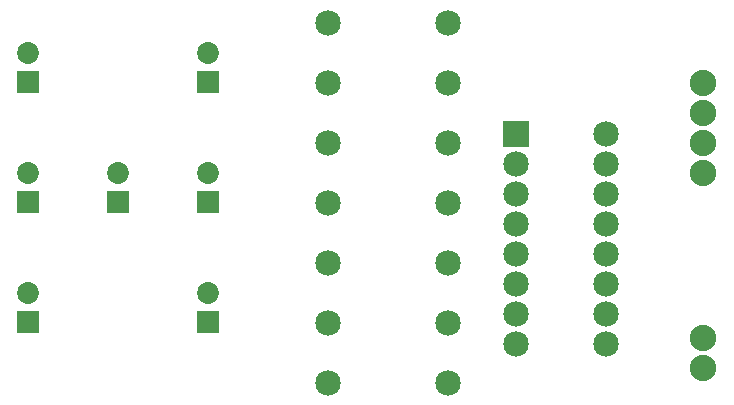
<source format=gts>
G04 MADE WITH FRITZING*
G04 WWW.FRITZING.ORG*
G04 DOUBLE SIDED*
G04 HOLES PLATED*
G04 CONTOUR ON CENTER OF CONTOUR VECTOR*
%ASAXBY*%
%FSLAX23Y23*%
%MOIN*%
%OFA0B0*%
%SFA1.0B1.0*%
%ADD10C,0.085000*%
%ADD11C,0.072992*%
%ADD12C,0.088000*%
%ADD13R,0.072992X0.072992*%
%ADD14R,0.085000X0.085000*%
%LNMASK1*%
G90*
G70*
G54D10*
X1760Y1225D03*
X1360Y1225D03*
X1760Y1025D03*
X1360Y1025D03*
X1760Y1425D03*
X1360Y1425D03*
G54D11*
X960Y1427D03*
X960Y1525D03*
G54D12*
X2610Y575D03*
X2610Y475D03*
G54D11*
X360Y1027D03*
X360Y1125D03*
G54D10*
X1760Y825D03*
X1360Y825D03*
X1760Y425D03*
X1360Y425D03*
G54D11*
X960Y627D03*
X960Y725D03*
G54D12*
X2610Y1225D03*
X2610Y1125D03*
G54D11*
X960Y1027D03*
X960Y1125D03*
X360Y627D03*
X360Y725D03*
G54D12*
X2610Y1425D03*
X2610Y1325D03*
G54D11*
X660Y1027D03*
X660Y1125D03*
X360Y1427D03*
X360Y1525D03*
G54D10*
X1760Y625D03*
X1360Y625D03*
X1760Y1625D03*
X1360Y1625D03*
X1985Y1253D03*
X2285Y1253D03*
X1985Y1153D03*
X2285Y1153D03*
X1985Y1053D03*
X2285Y1053D03*
X1985Y953D03*
X2285Y953D03*
X1985Y853D03*
X2285Y853D03*
X1985Y753D03*
X2285Y753D03*
X1985Y653D03*
X2285Y653D03*
X1985Y553D03*
X2285Y553D03*
G54D13*
X960Y1427D03*
X360Y1027D03*
X960Y627D03*
X960Y1027D03*
X360Y627D03*
X660Y1027D03*
X360Y1427D03*
G54D14*
X1985Y1253D03*
G04 End of Mask1*
M02*
</source>
